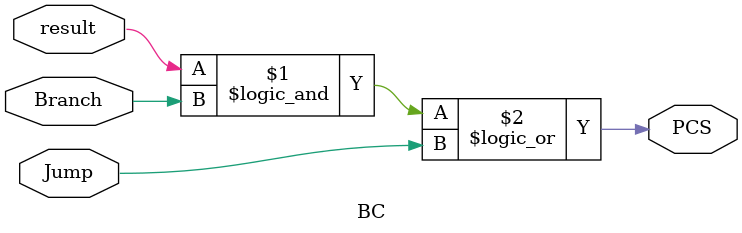
<source format=v>
module BC(
    input wire [0:0] Jump,
    input wire [0:0] Branch,
    input wire [0:0] result,
    output wire [0:0] PCS
    );
    
    assign PCS = (result && Branch) || Jump;
    
endmodule

</source>
